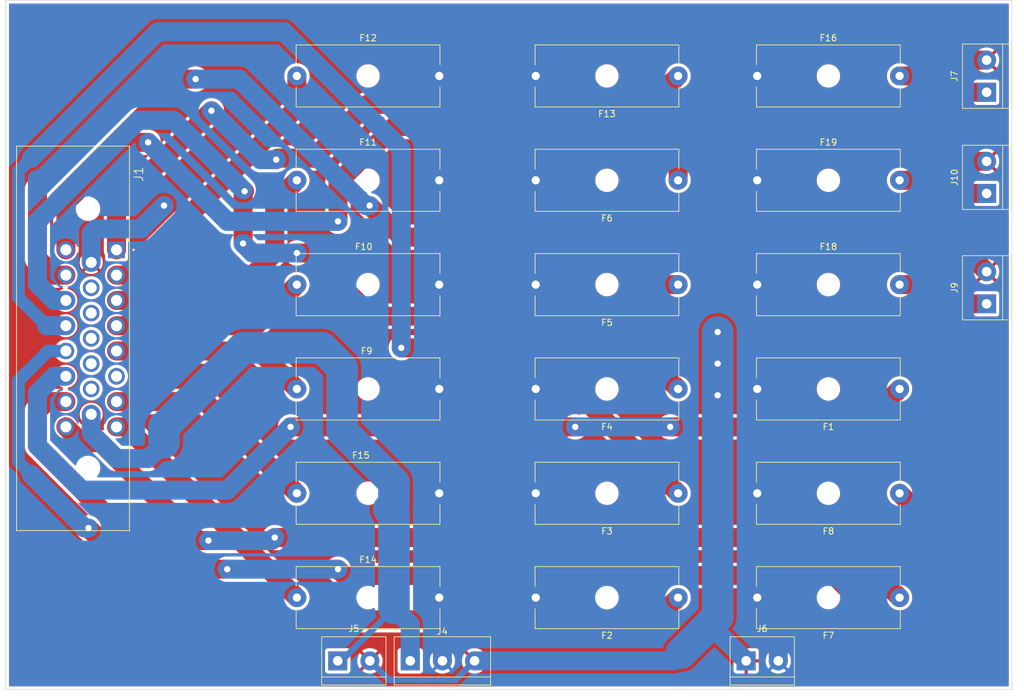
<source format=kicad_pcb>
(kicad_pcb (version 20211014) (generator pcbnew)
  (layers (0 "F.Cu" signal "cobre frontal") (31 "B.Cu" signal "Cobre traseira") (34 "B.Paste" user "Pasta traseira") (35 "F.Paste" user "Pasta frontal") (36 "B.SilkS" user "Serigrafia traseira") (37 "F.SilkS" user "Serigrafia frontal") (38 "B.Mask" user "Máscara traseira") (39 "F.Mask" user "Máscara frontal") (44 "Edge.Cuts" user "Cortes contorno"))
  (net 0 "")
  (net 1 "Net-(F1-Pad1)")
  (net 2 "12V")
  (net 3 "Net-(F2-Pad1)")
  (net 4 "Net-(F3-Pad1)")
  (net 5 "Net-(F4-Pad1)")
  (net 6 "Net-(F6-Pad1)")
  (net 7 "Net-(J1-Pad22)")
  (net 8 "Net-(F9-Pad1)")
  (net 9 "Net-(F10-Pad1)")
  (net 10 "Net-(F14-Pad1)")
  (net 11 "Net-(F18-Pad2)")
  (net 12 "Net-(F19-Pad2)")
  (net 13 "Net-(J1-Pad3)")
  (net 14 "Net-(J1-Pad2)")
  (net 15 "Net-(J1-Pad1)")
  (net 16 "Net-(J1-Pad23)")
  (net 17 "Net-(J1-Pad15)")
  (net 18 "Net-(J1-Pad17)")
  (net 19 "Net-(J1-Pad7)")
  (net 20 "Net-(J7-Pad1)")
  (net 21 "GNDREF")
  (footprint "TerminalBlock:TerminalBlock_bornier-3_P5.08mm" (layer "F.Cu") (at 92.92 142.46)
    (fp_text reference "J4" (at 5.05 -4.65) (layer "F.SilkS"))
    (fp_text value "DC_CONVERTER")
    (fp_line (start -2.54 -3.81) (end 12.7 -3.81) (layer "F.SilkS") (width 0.12))
    (fp_line (start 12.7 3.81) (end 12.7 -3.81) (layer "F.SilkS") (width 0.12))
    (fp_line (start -2.54 2.54) (end 12.7 2.54) (layer "F.SilkS") (width 0.12))
    (fp_line (start -2.54 3.81) (end -2.54 -3.81) (layer "F.SilkS") (width 0.12))
    (fp_line (start -2.54 3.81) (end 12.7 3.81) (layer "F.SilkS") (width 0.12))
    (pad "1" thru_hole rect (at 0 0) (size 3 3) (drill 1.52) (layers *.Cu *.Mask) (net 17 "Net-(J1-Pad15)"))
    (pad "2" thru_hole circle (at 5.08 0) (size 3 3) (drill 1.52) (layers *.Cu *.Mask) (net 2 "12V"))
    (pad "3" thru_hole circle (at 10.16 0) (size 3 3) (drill 1.52) (layers *.Cu *.Mask) (net 21 "GNDREF"))
  )
  (footprint "Fuse:Fuseholder_Cylinder-5x20mm_Schurter_0031_8201_Horizontal_Open" (layer "F.Cu") (at 135.25 115.96 180)
    (fp_text reference "F3" (at 11.25 -6) (layer "F.SilkS"))
    (fp_text value "Fuse")
    (fp_line (start -0.11 4.91) (end -0.11 1.75) (layer "F.SilkS") (width 0.12))
    (fp_line (start -0.11 -1.75) (end -0.11 -4.91) (layer "F.SilkS") (width 0.12))
    (fp_line (start 22.61 -1.75) (end 22.61 -4.91) (layer "F.SilkS") (width 0.12))
    (fp_line (start -0.11 4.91) (end 22.61 4.91) (layer "F.SilkS") (width 0.12))
    (fp_line (start -0.11 -4.91) (end 22.61 -4.91) (layer "F.SilkS") (width 0.12))
    (fp_line (start 22.61 4.91) (end 22.61 1.75) (layer "F.SilkS") (width 0.12))
    (pad "" np_thru_hole circle (at 11.25 0 180) (size 2.7 2.7) (drill 2.7) (layers *.Cu *.Mask))
    (pad "1" thru_hole circle (at 0 0 180) (size 3 3) (drill 1.3) (layers *.Cu *.Mask) (net 4 "Net-(F3-Pad1)"))
    (pad "2" thru_hole circle (at 22.5 0 180) (size 3 3) (drill 1.3) (layers *.Cu *.Mask) (net 2 "12V"))
  )
  (footprint "Fuse:Fuseholder_Cylinder-5x20mm_Schurter_0031_8201_Horizontal_Open" (layer "F.Cu") (at 147.75 82.96)
    (fp_text reference "F18" (at 11.25 -6) (layer "F.SilkS"))
    (fp_text value "Fuse")
    (fp_line (start -0.11 -1.75) (end -0.11 -4.91) (layer "F.SilkS") (width 0.12))
    (fp_line (start 22.61 -1.75) (end 22.61 -4.91) (layer "F.SilkS") (width 0.12))
    (fp_line (start -0.11 4.91) (end -0.11 1.75) (layer "F.SilkS") (width 0.12))
    (fp_line (start -0.11 4.91) (end 22.61 4.91) (layer "F.SilkS") (width 0.12))
    (fp_line (start 22.61 4.91) (end 22.61 1.75) (layer "F.SilkS") (width 0.12))
    (fp_line (start -0.11 -4.91) (end 22.61 -4.91) (layer "F.SilkS") (width 0.12))
    (pad "" np_thru_hole circle (at 11.25 0) (size 2.7 2.7) (drill 2.7) (layers *.Cu *.Mask))
    (pad "1" thru_hole circle (at 0 0) (size 3 3) (drill 1.3) (layers *.Cu *.Mask) (net 2 "12V"))
    (pad "2" thru_hole circle (at 22.5 0) (size 3 3) (drill 1.3) (layers *.Cu *.Mask) (net 11 "Net-(F18-Pad2)"))
  )
  (footprint "Fuse:Fuseholder_Cylinder-5x20mm_Schurter_0031_8201_Horizontal_Open" (layer "F.Cu") (at 170.25 115.96 180)
    (fp_text reference "F8" (at 11.25 -6) (layer "F.SilkS"))
    (fp_text value "Fuse")
    (fp_line (start 22.61 4.91) (end 22.61 1.75) (layer "F.SilkS") (width 0.12))
    (fp_line (start -0.11 -1.75) (end -0.11 -4.91) (layer "F.SilkS") (width 0.12))
    (fp_line (start -0.11 4.91) (end -0.11 1.75) (layer "F.SilkS") (width 0.12))
    (fp_line (start -0.11 -4.91) (end 22.61 -4.91) (layer "F.SilkS") (width 0.12))
    (fp_line (start -0.11 4.91) (end 22.61 4.91) (layer "F.SilkS") (width 0.12))
    (fp_line (start 22.61 -1.75) (end 22.61 -4.91) (layer "F.SilkS") (width 0.12))
    (pad "" np_thru_hole circle (at 11.25 0 180) (size 2.7 2.7) (drill 2.7) (layers *.Cu *.Mask))
    (pad "1" thru_hole circle (at 0 0 180) (size 3 3) (drill 1.3) (layers *.Cu *.Mask) (net 7 "Net-(J1-Pad22)"))
    (pad "2" thru_hole circle (at 22.5 0 180) (size 3 3) (drill 1.3) (layers *.Cu *.Mask) (net 2 "12V"))
  )
  (footprint "Fuse:Fuseholder_Cylinder-5x20mm_Schurter_0031_8201_Horizontal_Open" (layer "F.Cu") (at 170.25 132.46 180)
    (fp_text reference "F7" (at 11.25 -6) (layer "F.SilkS"))
    (fp_text value "Fuse")
    (fp_line (start -0.11 -1.75) (end -0.11 -4.91) (layer "F.SilkS") (width 0.12))
    (fp_line (start 22.61 -1.75) (end 22.61 -4.91) (layer "F.SilkS") (width 0.12))
    (fp_line (start -0.11 4.91) (end 22.61 4.91) (layer "F.SilkS") (width 0.12))
    (fp_line (start -0.11 -4.91) (end 22.61 -4.91) (layer "F.SilkS") (width 0.12))
    (fp_line (start -0.11 4.91) (end -0.11 1.75) (layer "F.SilkS") (width 0.12))
    (fp_line (start 22.61 4.91) (end 22.61 1.75) (layer "F.SilkS") (width 0.12))
    (pad "" np_thru_hole circle (at 11.25 0 180) (size 2.7 2.7) (drill 2.7) (layers *.Cu *.Mask))
    (pad "1" thru_hole circle (at 0 0 180) (size 3 3) (drill 1.3) (layers *.Cu *.Mask) (net 16 "Net-(J1-Pad23)"))
    (pad "2" thru_hole circle (at 22.5 0 180) (size 3 3) (drill 1.3) (layers *.Cu *.Mask) (net 2 "12V"))
  )
  (footprint "Fuse:Fuseholder_Cylinder-5x20mm_Schurter_0031_8201_Horizontal_Open" (layer "F.Cu") (at 170.25 99.46 180)
    (fp_text reference "F1" (at 11.25 -6) (layer "F.SilkS"))
    (fp_text value "Fuse")
    (fp_line (start 22.61 -1.75) (end 22.61 -4.91) (layer "F.SilkS") (width 0.12))
    (fp_line (start -0.11 -4.91) (end 22.61 -4.91) (layer "F.SilkS") (width 0.12))
    (fp_line (start 22.61 4.91) (end 22.61 1.75) (layer "F.SilkS") (width 0.12))
    (fp_line (start -0.11 4.91) (end -0.11 1.75) (layer "F.SilkS") (width 0.12))
    (fp_line (start -0.11 -1.75) (end -0.11 -4.91) (layer "F.SilkS") (width 0.12))
    (fp_line (start -0.11 4.91) (end 22.61 4.91) (layer "F.SilkS") (width 0.12))
    (pad "" np_thru_hole circle (at 11.25 0 180) (size 2.7 2.7) (drill 2.7) (layers *.Cu *.Mask))
    (pad "1" thru_hole circle (at 0 0 180) (size 3 3) (drill 1.3) (layers *.Cu *.Mask) (net 1 "Net-(F1-Pad1)"))
    (pad "2" thru_hole circle (at 22.5 0 180) (size 3 3) (drill 1.3) (layers *.Cu *.Mask) (net 2 "12V"))
  )
  (footprint "Fuse:Fuseholder_Cylinder-5x20mm_Schurter_0031_8201_Horizontal_Open" (layer "F.Cu") (at 75 82.96)
    (fp_text reference "F10" (at 10.568176 -6) (layer "F.SilkS"))
    (fp_text value "Fuse")
    (fp_line (start 22.61 -1.75) (end 22.61 -4.91) (layer "F.SilkS") (width 0.12))
    (fp_line (start -0.11 4.91) (end 22.61 4.91) (layer "F.SilkS") (width 0.12))
    (fp_line (start -0.11 -1.75) (end -0.11 -4.91) (layer "F.SilkS") (width 0.12))
    (fp_line (start 22.61 4.91) (end 22.61 1.75) (layer "F.SilkS") (width 0.12))
    (fp_line (start -0.11 4.91) (end -0.11 1.75) (layer "F.SilkS") (width 0.12))
    (fp_line (start -0.11 -4.91) (end 22.61 -4.91) (layer "F.SilkS") (width 0.12))
    (pad "" np_thru_hole circle (at 11.25 0) (size 2.7 2.7) (drill 2.7) (layers *.Cu *.Mask))
    (pad "1" thru_hole circle (at 0 0) (size 3 3) (drill 1.3) (layers *.Cu *.Mask) (net 9 "Net-(F10-Pad1)"))
    (pad "2" thru_hole circle (at 22.5 0) (size 3 3) (drill 1.3) (layers *.Cu *.Mask) (net 2 "12V"))
  )
  (footprint "Fuse:Fuseholder_Cylinder-5x20mm_Schurter_0031_8201_Horizontal_Open" (layer "F.Cu") (at 75 66.46)
    (fp_text reference "F11" (at 11.25 -6) (layer "F.SilkS"))
    (fp_text value "Fuse")
    (fp_line (start 22.61 -1.75) (end 22.61 -4.91) (layer "F.SilkS") (width 0.12))
    (fp_line (start -0.11 -1.75) (end -0.11 -4.91) (layer "F.SilkS") (width 0.12))
    (fp_line (start -0.11 4.91) (end -0.11 1.75) (layer "F.SilkS") (width 0.12))
    (fp_line (start 22.61 4.91) (end 22.61 1.75) (layer "F.SilkS") (width 0.12))
    (fp_line (start -0.11 -4.91) (end 22.61 -4.91) (layer "F.SilkS") (width 0.12))
    (fp_line (start -0.11 4.91) (end 22.61 4.91) (layer "F.SilkS") (width 0.12))
    (pad "" np_thru_hole circle (at 11.25 0) (size 2.7 2.7) (drill 2.7) (layers *.Cu *.Mask))
    (pad "1" thru_hole circle (at 0 0) (size 3 3) (drill 1.3) (layers *.Cu *.Mask) (net 13 "Net-(J1-Pad3)"))
    (pad "2" thru_hole circle (at 22.5 0) (size 3 3) (drill 1.3) (layers *.Cu *.Mask) (net 2 "12V"))
  )
  (footprint "TerminalBlock:TerminalBlock_bornier-2_P5.08mm" (layer "F.Cu") (at 184 68.54 90)
    (fp_text reference "J10" (at 2.54 -5.08 90) (layer "F.SilkS"))
    (fp_text value "AUX_POWER")
    (fp_line (start -2.54 -3.81) (end -2.54 3.81) (layer "F.SilkS") (width 0.12))
    (fp_line (start -2.54 3.81) (end 7.62 3.81) (layer "F.SilkS") (width 0.12))
    (fp_line (start 7.62 -3.81) (end -2.54 -3.81) (layer "F.SilkS") (width 0.12))
    (fp_line (start 7.62 3.81) (end 7.62 -3.81) (layer "F.SilkS") (width 0.12))
    (fp_line (start 7.62 2.54) (end -2.54 2.54) (layer "F.SilkS") (width 0.12))
    (pad "1" thru_hole rect (at 0 0 90) (size 3 3) (drill 1.52) (layers *.Cu *.Mask) (net 12 "Net-(F19-Pad2)"))
    (pad "2" thru_hole circle (at 5.08 0 90) (size 3 3) (drill 1.52) (layers *.Cu *.Mask) (net 21 "GNDREF"))
  )
  (footprint "TerminalBlock:TerminalBlock_bornier-2_P5.08mm" (layer "F.Cu") (at 81.46 142.46)
    (fp_text reference "J5" (at 2.54 -5.08) (layer "F.SilkS"))
    (fp_text value "VBAT")
    (fp_line (start 7.62 3.81) (end 7.62 -3.81) (layer "F.SilkS") (width 0.12))
    (fp_line (start 7.62 -3.81) (end -2.54 -3.81) (layer "F.SilkS") (width 0.12))
    (fp_line (start -2.54 -3.81) (end -2.54 3.81) (layer "F.SilkS") (width 0.12))
    (fp_line (start 7.62 2.54) (end -2.54 2.54) (layer "F.SilkS") (width 0.12))
    (fp_line (start -2.54 3.81) (end 7.62 3.81) (layer "F.SilkS") (width 0.12))
    (pad "1" thru_hole rect (at 0 0) (size 3 3) (drill 1.52) (layers *.Cu *.Mask) (net 17 "Net-(J1-Pad15)"))
    (pad "2" thru_hole circle (at 5.08 0) (size 3 3) (drill 1.52) (layers *.Cu *.Mask) (net 21 "GNDREF"))
  )
  (footprint "Fuse:Fuseholder_Cylinder-5x20mm_Schurter_0031_8201_Horizontal_Open" (layer "F.Cu") (at 75 132.46)
    (fp_text reference "F14" (at 11.25 -6) (layer "F.SilkS"))
    (fp_text value "Fuse")
    (fp_line (start -0.11 -1.75) (end -0.11 -4.91) (layer "F.SilkS") (width 0.12))
    (fp_line (start -0.11 4.91) (end 22.61 4.91) (layer "F.SilkS") (width 0.12))
    (fp_line (start 22.61 -1.75) (end 22.61 -4.91) (layer "F.SilkS") (width 0.12))
    (fp_line (start 22.61 4.91) (end 22.61 1.75) (layer "F.SilkS") (width 0.12))
    (fp_line (start -0.11 -4.91) (end 22.61 -4.91) (layer "F.SilkS") (width 0.12))
    (fp_line (start -0.11 4.91) (end -0.11 1.75) (layer "F.SilkS") (width 0.12))
    (pad "" np_thru_hole circle (at 11.25 0) (size 2.7 2.7) (drill 2.7) (layers *.Cu *.Mask))
    (pad "1" thru_hole circle (at 0 0) (size 3 3) (drill 1.3) (layers *.Cu *.Mask) (net 10 "Net-(F14-Pad1)"))
    (pad "2" thru_hole circle (at 22.5 0) (size 3 3) (drill 1.3) (layers *.Cu *.Mask) (net 2 "12V"))
  )
  (footprint "Fuse:Fuseholder_Cylinder-5x20mm_Schurter_0031_8201_Horizontal_Open" (layer "F.Cu") (at 135.25 82.96 180)
    (fp_text reference "F5" (at 11.25 -6) (layer "F.SilkS"))
    (fp_text value "Fuse")
    (fp_line (start -0.11 -4.91) (end 22.61 -4.91) (layer "F.SilkS") (width 0.12))
    (fp_line (start 22.61 4.91) (end 22.61 1.75) (layer "F.SilkS") (width 0.12))
    (fp_line (start 22.61 -1.75) (end 22.61 -4.91) (layer "F.SilkS") (width 0.12))
    (fp_line (start -0.11 -1.75) (end -0.11 -4.91) (layer "F.SilkS") (width 0.12))
    (fp_line (start -0.11 4.91) (end 22.61 4.91) (layer "F.SilkS") (width 0.12))
    (fp_line (start -0.11 4.91) (end -0.11 1.75) (layer "F.SilkS") (width 0.12))
    (pad "" np_thru_hole circle (at 11.25 0 180) (size 2.7 2.7) (drill 2.7) (layers *.Cu *.Mask))
    (pad "1" thru_hole circle (at 0 0 180) (size 3 3) (drill 1.3) (layers *.Cu *.Mask) (net 18 "Net-(J1-Pad17)"))
    (pad "2" thru_hole circle (at 22.5 0 180) (size 3 3) (drill 1.3) (layers *.Cu *.Mask) (net 2 "12V"))
  )
  (footprint "Fuse:Fuseholder_Cylinder-5x20mm_Schurter_0031_8201_Horizontal_Open" (layer "F.Cu") (at 135.25 49.96 180)
    (fp_text reference "F13" (at 11.25 -6) (layer "F.SilkS"))
    (fp_text value "Fuse")
    (fp_line (start -0.11 -4.91) (end 22.61 -4.91) (layer "F.SilkS") (width 0.12))
    (fp_line (start -0.11 4.91) (end 22.61 4.91) (layer "F.SilkS") (width 0.12))
    (fp_line (start -0.11 4.91) (end -0.11 1.75) (layer "F.SilkS") (width 0.12))
    (fp_line (start 22.61 4.91) (end 22.61 1.75) (layer "F.SilkS") (width 0.12))
    (fp_line (start 22.61 -1.75) (end 22.61 -4.91) (layer "F.SilkS") (width 0.12))
    (fp_line (start -0.11 -1.75) (end -0.11 -4.91) (layer "F.SilkS") (width 0.12))
    (pad "" np_thru_hole circle (at 11.25 0 180) (size 2.7 2.7) (drill 2.7) (layers *.Cu *.Mask))
    (pad "1" thru_hole circle (at 0 0 180) (size 3 3) (drill 1.3) (layers *.Cu *.Mask) (net 15 "Net-(J1-Pad1)"))
    (pad "2" thru_hole circle (at 22.5 0 180) (size 3 3) (drill 1.3) (layers *.Cu *.Mask) (net 2 "12V"))
  )
  (footprint "Fuse:Fuseholder_Cylinder-5x20mm_Schurter_0031_8201_Horizontal_Open" (layer "F.Cu") (at 75 49.96)
    (fp_text reference "F12" (at 11.25 -6) (layer "F.SilkS"))
    (fp_text value "Fuse")
    (fp_line (start -0.11 -4.91) (end 22.61 -4.91) (layer "F.SilkS") (width 0.12))
    (fp_line (start -0.11 -1.75) (end -0.11 -4.91) (layer "F.SilkS") (width 0.12))
    (fp_line (start -0.11 4.91) (end -0.11 1.75) (layer "F.SilkS") (width 0.12))
    (fp_line (start -0.11 4.91) (end 22.61 4.91) (layer "F.SilkS") (width 0.12))
    (fp_line (start 22.61 -1.75) (end 22.61 -4.91) (layer "F.SilkS") (width 0.12))
    (fp_line (start 22.61 4.91) (end 22.61 1.75) (layer "F.SilkS") (width 0.12))
    (pad "" np_thru_hole circle (at 11.25 0) (size 2.7 2.7) (drill 2.7) (layers *.Cu *.Mask))
    (pad "1" thru_hole circle (at 0 0) (size 3 3) (drill 1.3) (layers *.Cu *.Mask) (net 14 "Net-(J1-Pad2)"))
    (pad "2" thru_hole circle (at 22.5 0) (size 3 3) (drill 1.3) (layers *.Cu *.Mask) (net 2 "12V"))
  )
  (footprint "TerminalBlock:TerminalBlock_bornier-2_P5.08mm" (layer "F.Cu") (at 184 52.54 90)
    (fp_text reference "J7" (at 2.54 -5.08 90) (layer "F.SilkS"))
    (fp_text value "CS_POWER")
    (fp_line (start 7.62 2.54) (end -2.54 2.54) (layer "F.SilkS") (width 0.12))
    (fp_line (start -2.54 3.81) (end 7.62 3.81) (layer "F.SilkS") (width 0.12))
    (fp_line (start 7.62 3.81) (end 7.62 -3.81) (layer "F.SilkS") (width 0.12))
    (fp_line (start -2.54 -3.81) (end -2.54 3.81) (layer "F.SilkS") (width 0.12))
    (fp_line (start 7.62 -3.81) (end -2.54 -3.81) (layer "F.SilkS") (width 0.12))
    (pad "1" thru_hole rect (at 0 0 90) (size 3 3) (drill 1.52) (layers *.Cu *.Mask) (net 20 "Net-(J7-Pad1)"))
    (pad "2" thru_hole circle (at 5.08 0 90) (size 3 3) (drill 1.52) (layers *.Cu *.Mask) (net 21 "GNDREF"))
  )
  (footprint "Ampseal 23:TE_1-776087-1" (layer "F.Cu") (at 46.5 77.46 -90)
    (fp_text reference "J1" (at -11.972125 -3.494005 90) (layer "F.SilkS") (effects (font (size 1.402008 1.402008))))
    (fp_text value "1-776087-1")
    (fp_line (start -16.4 -2.05) (end -16.4 15.8) (layer "F.SilkS") (width 0.127))
    (fp_line (start 44.4 -2.05) (end -16.4 -2.05) (layer "F.SilkS") (width 0.127))
    (fp_line (start 44.4 15.8) (end 44.4 -2.05) (layer "F.SilkS") (width 0.127))
    (fp_line (start 44.4 15.8) (end -16.4 15.8) (layer "F.SilkS") (width 0.127))
    (fp_circle (center 0 -2.7) (end 0.1 -2.7) (layer "F.SilkS") (width 0.2) (fill none))
    (pad "" np_thru_hole circle locked (at 34.5 4.5 270) (size 2.85 2.85) (drill 2.85) (layers *.Cu *.Mask))
    (pad "" np_thru_hole circle locked (at -6.5 4.5 270) (size 2.85 2.85) (drill 2.85) (layers *.Cu *.Mask))
    (pad "1" thru_hole rect locked (at 0 0 270) (size 2.625 2.625) (drill 1.75) (layers *.Cu *.Mask) (net 15 "Net-(J1-Pad1)"))
    (pad "2" thru_hole circle locked (at 4 0 270) (size 2.625 2.625) (drill 1.75) (layers *.Cu *.Mask) (net 14 "Net-(J1-Pad2)"))
    (pad "3" thru_hole circle locked (at 8 0 270) (size 2.625 2.625) (drill 1.75) (layers *.Cu *.Mask) (net 13 "Net-(J1-Pad3)"))
    (pad "4" thru_hole circle locked (at 12 0 270) (size 2.625 2.625) (drill 1.75) (layers *.Cu *.Mask) (net 9 "Net-(F10-Pad1)"))
    (pad "5" thru_hole circle locked (at 16 0 270) (size 2.625 2.625) (drill 1.75) (layers *.Cu *.Mask) (net 8 "Net-(F9-Pad1)"))
    (pad "6" thru_hole circle locked (at 20 0 270) (size 2.625 2.625) (drill 1.75) (layers *.Cu *.Mask))
    (pad "7" thru_hole circle locked (at 24 0 270) (size 2.625 2.625) (drill 1.75) (layers *.Cu *.Mask) (net 19 "Net-(J1-Pad7)"))
    (pad "8" thru_hole circle locked (at 28 0 270) (size 2.625 2.625) (drill 1.75) (layers *.Cu *.Mask) (net 10 "Net-(F14-Pad1)"))
    (pad "9" thru_hole circle locked (at 2 4 270) (size 2.625 2.625) (drill 1.75) (layers *.Cu *.Mask) (net 21 "GNDREF"))
    (pad "10" thru_hole circle locked (at 6 4 270) (size 2.625 2.625) (drill 1.75) (layers *.Cu *.Mask))
    (pad "11" thru_hole circle locked (at 10 4 270) (size 2.625 2.625) (drill 1.75) (layers *.Cu *.Mask))
    (pad "12" thru_hole circle locked (at 14 4 270) (size 2.625 2.625) (drill 1.75) (layers *.Cu *.Mask))
    (pad "13" thru_hole circle locked (at 18 4 270) (size 2.625 2.625) (drill 1.75) (layers *.Cu *.Mask))
    (pad "14" thru_hole circle locked (at 22 4 270) (size 2.625 2.625) (drill 1.75) (layers *.Cu *.Mask))
    (pad "15" thru_hole circle locked (at 26 4 270) (size 2.625 2.625) (drill 1.75) (layers *.Cu *.Mask) (net 17 "Net-(J1-Pad15)"))
    (pad "16" thru_hole circle locked (at 0 8 270) (size 2.625 2.625) (drill 1.75) (layers *.Cu *.Mask) (net 6 "Net-(F6-Pad1)"))
    (pad "17" thru_hole circle locked (at 4 8 270) (size 2.625 2.625) (drill 1.75) (layers *.Cu *.Mask) (net 18 "Net-(J1-Pad17)"))
    (pad "18" thru_hole circle locked (at 8 8 270) (size 2.625 2.625) (drill 1.75) (layers *.Cu *.Mask) (net 5 "Net-(F4-Pad1)"))
    (pad "19" thru_hole circle locked (at 12 8 270) (size 2.625 2.625) (drill 1.75) (layers *.Cu *.Mask) (net 4 "Net-(F3-Pad1)"))
    (pad "20" thru_hole circle locked (at 16 8 270) (size 2.625 2.625) (drill 1.75) (layers *.Cu *.Mask) (net 3 "Net-(F2-Pad1)"))
    (pad "21" thru_hole circle locked (at 20 8 270) (size 2.625 2.625) (drill 1.75) (layers *.Cu *.Mask) (net 1 "Net-(F1-Pad1)"))
    (pad "22" thru_hole circle locked (at 24 8 270) (size 2.625 2.625) (drill 1.75) (layers *.Cu *.Mask) (net 7 "Net-(J1-Pad22)"))
    (pad "23" thru_hole circle locked (at 28 8 270) (size 2.625 2.625) (drill 1.75) (layers *.Cu *.Mask) (net 16 "Net-(J1-Pad23)"))
  )
  (footprint "Fuse:Fuseholder_Cylinder-5x20mm_Schurter_0031_8201_Horizontal_Open" (layer "F.Cu") (at 147.75 66.46)
    (fp_text reference "F19" (at 11.25 -6) (layer "F.SilkS"))
    (fp_text value "Fuse")
    (fp_line (start -0.11 4.91) (end -0.11 1.75) (layer "F.SilkS") (width 0.12))
    (fp_line (start -0.11 4.91) (end 22.61 4.91) (layer "F.SilkS") (width 0.12))
    (fp_line (start -0.11 -4.91) (end 22.61 -4.91) (layer "F.SilkS") (width 0.12))
    (fp_line (start 22.61 -1.75) (end 22.61 -4.91) (layer "F.SilkS") (width 0.12))
    (fp_line (start 22.61 4.91) (end 22.61 1.75) (layer "F.SilkS") (width 0.12))
    (fp_line (start -0.11 -1.75) (end -0.11 -4.91) (layer "F.SilkS") (width 0.12))
    (pad "" np_thru_hole circle (at 11.25 0) (size 2.7 2.7) (drill 2.7) (layers *.Cu *.Mask))
    (pad "1" thru_hole circle (at 0 0) (size 3 3) (drill 1.3) (layers *.Cu *.Mask) (net 2 "12V"))
    (pad "2" thru_hole circle (at 22.5 0) (size 3 3) (drill 1.3) (layers *.Cu *.Mask) (net 12 "Net-(F19-Pad2)"))
  )
  (footprint "Fuse:Fuseholder_Cylinder-5x20mm_Schurter_0031_8201_Horizontal_Open" (layer "F.Cu") (at 135.25 132.46 180)
    (fp_text reference "F2" (at 11.25 -6) (layer "F.SilkS"))
    (fp_text value "Fuse")
    (fp_line (start -0.11 -4.91) (end 22.61 -4.91) (layer "F.SilkS") (width 0.12))
    (fp_line (start -0.11 4.91) (end 22.61 4.91) (layer "F.SilkS") (width 0.12))
    (fp_line (start -0.11 -1.75) (end -0.11 -4.91) (layer "F.SilkS") (width 0.12))
    (fp_line (start 22.61 -1.75) (end 22.61 -4.91) (layer "F.SilkS") (width 0.12))
    (fp_line (start 22.61 4.91) (end 22.61 1.75) (layer "F.SilkS") (width 0.12))
    (fp_line (start -0.11 4.91) (end -0.11 1.75) (layer "F.SilkS") (width 0.12))
    (pad "" np_thru_hole circle (at 11.25 0 180) (size 2.7 2.7) (drill 2.7) (layers *.Cu *.Mask))
    (pad "1" thru_hole circle (at 0 0 180) (size 3 3) (drill 1.3) (layers *.Cu *.Mask) (net 3 "Net-(F2-Pad1)"))
    (pad "2" thru_hole circle (at 22.5 0 180) (size 3 3) (drill 1.3) (layers *.Cu *.Mask) (net 2 "12V"))
  )
  (footprint "Fuse:Fuseholder_Cylinder-5x20mm_Schurter_0031_8201_Horizontal_Open" (layer "F.Cu") (at 147.75 49.96)
    (fp_text reference "F16" (at 11.25 -6) (layer "F.SilkS"))
    (fp_text value "Fuse")
    (fp_line (start -0.11 -1.75) (end -0.11 -4.91) (layer "F.SilkS") (width 0.12))
    (fp_line (start 22.61 -1.75) (end 22.61 -4.91) (layer "F.SilkS") (width 0.12))
    (fp_line (start -0.11 4.91) (end 22.61 4.91) (layer "F.SilkS") (width 0.12))
    (fp_line (start -0.11 -4.91) (end 22.61 -4.91) (layer "F.SilkS") (width 0.12))
    (fp_line (start -0.11 4.91) (end -0.11 1.75) (layer "F.SilkS") (width 0.12))
    (fp_line (start 22.61 4.91) (end 22.61 1.75) (layer "F.SilkS") (width 0.12))
    (pad "" np_thru_hole circle (at 11.25 0) (size 2.7 2.7) (drill 2.7) (layers *.Cu *.Mask))
    (pad "1" thru_hole circle (at 0 0) (size 3 3) (drill 1.3) (layers *.Cu *.Mask) (net 2 "12V"))
    (pad "2" thru_hole circle (at 22.5 0) (size 3 3) (drill 1.3) (layers *.Cu *.Mask) (net 20 "Net-(J7-Pad1)"))
  )
  (footprint "Fuse:Fuseholder_Cylinder-5x20mm_Schurter_0031_8201_Horizontal_Open" (layer "F.Cu") (at 135.25 66.46 180)
    (fp_text reference "F6" (at 11.25 -6) (layer "F.SilkS"))
    (fp_text value "Fuse")
    (fp_line (start -0.11 4.91) (end -0.11 1.75) (layer "F.SilkS") (width 0.12))
    (fp_line (start 22.61 4.91) (end 22.61 1.75) (layer "F.SilkS") (width 0.12))
    (fp_line (start 22.61 -1.75) (end 22.61 -4.91) (layer "F.SilkS") (width 0.12))
    (fp_line (start -0.11 -4.91) (end 22.61 -4.91) (layer "F.SilkS") (width 0.12))
    (fp_line (start -0.11 -1.75) (end -0.11 -4.91) (layer "F.SilkS") (width 0.12))
    (fp_line (start -0.11 4.91) (end 22.61 4.91) (layer "F.SilkS") (width 0.12))
    (pad "" np_thru_hole circle (at 11.25 0 180) (size 2.7 2.7) (drill 2.7) (layers *.Cu *.Mask))
    (pad "1" thru_hole circle (at 0 0 180) (size 3 3) (drill 1.3) (layers *.Cu *.Mask) (net 6 "Net-(F6-Pad1)"))
    (pad "2" thru_hole circle (at 22.5 0 180) (size 3 3) (drill 1.3) (layers *.Cu *.Mask) (net 2 "12V"))
  )
  (footprint "TerminalBlock:TerminalBlock_bornier-2_P5.08mm" (layer "F.Cu") (at 146 142.46)
    (fp_text reference "J6" (at 2.54 -5.08) (layer "F.SilkS"))
    (fp_text value "UNFUSED")
    (fp_line (start -2.54 -3.81) (end -2.54 3.81) (layer "F.SilkS") (width 0.12))
    (fp_line (start 7.62 -3.81) (end -2.54 -3.81) (layer "F.SilkS") (width 0.12))
    (fp_line (start 7.62 3.81) (end 7.62 -3.81) (layer "F.SilkS") (width 0.12))
    (fp_line (start 7.62 2.54) (end -2.54 2.54) (layer "F.SilkS") (width 0.12))
    (fp_line (start -2.54 3.81) (end 7.62 3.81) (layer "F.SilkS") (width 0.12))
    (pad "1" thru_hole rect (at 0 0) (size 3 3) (drill 1.52) (layers *.Cu *.Mask) (net 21 "GNDREF"))
    (pad "2" thru_hole circle (at 5.08 0) (size 3 3) (drill 1.52) (layers *.Cu *.Mask) (net 2 "12V"))
  )
  (footprint "TerminalBlock:TerminalBlock_bornier-2_P5.08mm" (layer "F.Cu") (at 184 86 90)
    (fp_text reference "J9" (at 2.54 -5.08 90) (layer "F.SilkS"))
    (fp_text value "ISOL_POWER")
    (fp_line (start -2.54 3.81) (end 7.62 3.81) (layer "F.SilkS") (width 0.12))
    (fp_line (start 7.62 3.81) (end 7.62 -3.81) (layer "F.SilkS") (width 0.12))
    (fp_line (start -2.54 -3.81) (end -2.54 3.81) (layer "F.SilkS") (width 0.12))
    (fp_line (start 7.62 2.54) (end -2.54 2.54) (layer "F.SilkS") (width 0.12))
    (fp_line (start 7.62 -3.81) (end -2.54 -3.81) (layer "F.SilkS") (width 0.12))
    (pad "1" thru_hole rect (at 0 0 90) (size 3 3) (drill 1.52) (layers *.Cu *.Mask) (net 11 "Net-(F18-Pad2)"))
    (pad "2" thru_hole circle (at 5.08 0 90) (size 3 3) (drill 1.52) (layers *.Cu *.Mask) (net 21 "GNDREF"))
  )
  (footprint "Fuse:Fuseholder_Cylinder-5x20mm_Schurter_0031_8201_Horizontal_Open" (layer "F.Cu") (at 75 115.96)
    (fp_text reference "F15" (at 10.113632 -6) (layer "F.SilkS"))
    (fp_text value "Fuse")
    (fp_line (start -0.11 -4.91) (end 22.61 -4.91) (layer "F.SilkS") (width 0.12))
    (fp_line (start 22.61 4.91) (end 22.61 1.75) (layer "F.SilkS") (width 0.12))
    (fp_line (start -0.11 4.91) (end -0.11 1.75) (layer "F.SilkS") (width 0.12))
    (fp_line (start -0.11 4.91) (end 22.61 4.91) (layer "F.SilkS") (width 0.12))
    (fp_line (start -0.11 -1.75) (end -0.11 -4.91) (layer "F.SilkS") (width 0.12))
    (fp_line (start 22.61 -1.75) (end 22.61 -4.91) (layer "F.SilkS") (width 0.12))
    (pad "" np_thru_hole circle (at 11.25 0) (size 2.7 2.7) (drill 2.7) (layers *.Cu *.Mask))
    (pad "1" thru_hole circle (at 0 0) (size 3 3) (drill 1.3) (layers *.Cu *.Mask) (net 19 "Net-(J1-Pad7)"))
    (pad "2" thru_hole circle (at 22.5 0) (size 3 3) (drill 1.3) (layers *.Cu *.Mask) (net 2 "12V"))
  )
  (footprint "Fuse:Fuseholder_Cylinder-5x20mm_Schurter_0031_8201_Horizontal_Open" (layer "F.Cu") (at 135.25 99.46 180)
    (fp_text reference "F4" (at 11.25 -6) (layer "F.SilkS"))
    (fp_text value "Fuse")
    (fp_line (start -0.11 -1.75) (end -0.11 -4.91) (layer "F.SilkS") (width 0.12))
    (fp_line (start -0.11 -4.91) (end 22.61 -4.91) (layer "F.SilkS") (width 0.12))
    (fp_line (start 22.61 -1.75) (end 22.61 -4.91) (layer "F.SilkS") (width 0.12))
    (fp_line (start 22.61 4.91) (end 22.61 1.75) (layer "F.SilkS") (width 0.12))
    (fp_line (start -0.11 4.91) (end -0.11 1.75) (layer "F.SilkS") (width 0.12))
    (fp_line (start -0.11 4.91) (end 22.61 4.91) (layer "F.SilkS") (width 0.12))
    (pad "" np_thru_hole circle (at 11.25 0 180) (size 2.7 2.7) (drill 2.7) (layers *.Cu *.Mask))
    (pad "1" thru_hole circle (at 0 0 180) (size 3 3) (drill 1.3) (layers *.Cu *.Mask) (net 5 "Net-(F4-Pad1)"))
    (pad "2" thru_hole circle (at 22.5 0 180) (size 3 3) (drill 1.3) (layers *.Cu *.Mask) (net 2 "12V"))
  )
  (footprint "Fuse:Fuseholder_Cylinder-5x20mm_Schurter_0031_8201_Horizontal_Open" (layer "F.Cu") (at 75 99.46)
    (fp_text reference "F9" (at 11.02272 -6) (layer "F.SilkS"))
    (fp_text value "Fuse")
    (fp_line (start -0.11 -1.75) (end -0.11 -4.91) (layer "F.SilkS") (width 0.12))
    (fp_line (start -0.11 4.91) (end 22.61 4.91) (layer "F.SilkS") (width 0.12))
    (fp_line (start -0.11 4.91) (end -0.11 1.75) (layer "F.SilkS") (width 0.12))
    (fp_line (start 22.61 -1.75) (end 22.61 -4.91) (layer "F.SilkS") (width 0.12))
    (fp_line (start 22.61 4.91) (end 22.61 1.75) (layer "F.SilkS") (width 0.12))
    (fp_line (start -0.11 -4.91) (end 22.61 -4.91) (layer "F.SilkS") (width 0.12))
    (pad "" np_thru_hole circle (at 11.25 0) (size 2.7 2.7) (drill 2.7) (layers *.Cu *.Mask))
    (pad "1" thru_hole circle (at 0 0) (size 3 3) (drill 1.3) (layers *.Cu *.Mask) (net 8 "Net-(F9-Pad1)"))
    (pad "2" thru_hole circle (at 22.5 0) (size 3 3) (drill 1.3) (layers *.Cu *.Mask) (net 2 "12V"))
  )
  (gr_rect (start 29 38) (end 188 147) (layer "Edge.Cuts") (width 0.1) (fill none))
  (segment (start 164.25 105.46) (end 134 105.46) (width 3) (layer "F.Cu") (net 1))
  (segment (start 119 105.46) (end 74 105.46) (width 3) (layer "F.Cu") (net 1))
  (segment (start 170.25 99.46) (end 164.25 105.46) (width 3) (layer "F.Cu") (net 1))
  (via (at 134 105.46) (size 2) (drill 1) (layers "F.Cu" "B.Cu") (net 1))
  (via (at 119 105.46) (size 2) (drill 1) (layers "F.Cu" "B.Cu") (net 1))
  (via (at 74 105.46) (size 2) (drill 1) (layers "F.Cu" "B.Cu") (net 1))
  (segment (start 134 105.46) (end 119 105.46) (width 3) (layer "B.Cu") (net 1))
  (segment (start 41.010548 115.46) (end 34 108.449452) (width 3) (layer "B.Cu") (net 1))
  (segment (start 34 100.103845) (end 36.643845 97.46) (width 3) (layer "B.Cu") (net 1))
  (segment (start 64 115.46) (end 41.010548 115.46) (width 3) (layer "B.Cu") (net 1))
  (segment (start 36.643845 97.46) (end 38.5 97.46) (width 3) (layer "B.Cu") (net 1))
  (segment (start 74 105.46) (end 64 115.46) (width 3) (layer "B.Cu") (net 1))
  (segment (start 34 108.449452) (end 34 100.103845) (width 3) (layer "B.Cu") (net 1))
  (segment (start 147.75 82.96) (end 147.75 99.46) (width 5) (layer "B.Cu") (net 2))
  (segment (start 97.5 49.96) (end 112.75 49.96) (width 5) (layer "B.Cu") (net 2))
  (segment (start 112.75 66.46) (end 112.75 74.21) (width 5) (layer "B.Cu") (net 2))
  (segment (start 112.75 99.46) (end 112.75 115.96) (width 5) (layer "B.Cu") (net 2))
  (segment (start 147.75 71.71) (end 147.75 82.96) (width 5) (layer "B.Cu") (net 2))
  (segment (start 147.75 99.46) (end 147.75 115.96) (width 5) (layer "B.Cu") (net 2))
  (segment (start 98 142.46) (end 98 132.96) (width 3) (layer "B.Cu") (net 2))
  (segment (start 97.5 82.96) (end 97.5 66.46) (width 5) (layer "B.Cu") (net 2))
  (segment (start 98 132.96) (end 97.5 132.46) (width 3) (layer "B.Cu") (net 2))
  (segment (start 151.08 135.79) (end 147.75 132.46) (width 3) (layer "B.Cu") (net 2))
  (segment (start 112.75 115.96) (end 112.75 132.46) (width 5) (layer "B.Cu") (net 2))
  (segment (start 112.75 49.96) (end 112.75 66.46) (width 5) (layer "B.Cu") (net 2))
  (segment (start 112.75 82.96) (end 112.75 99.46) (width 5) (layer "B.Cu") (net 2))
  (segment (start 151.08 142.46) (end 151.08 135.79) (width 3) (layer "B.Cu") (net 2))
  (segment (start 97.5 66.46) (end 97.5 49.96) (width 5) (layer "B.Cu") (net 2))
  (segment (start 147.75 49.96) (end 147.75 66.46) (width 5) (layer "B.Cu") (net 2))
  (segment (start 147.75 115.96) (end 147.75 132.46) (width 5) (layer "B.Cu") (net 2))
  (segment (start 97.5 99.46) (end 97.5 82.96) (width 5) (layer "B.Cu") (net 2))
  (segment (start 112.75 132.46) (end 101 132.46) (width 5) (layer "B.Cu") (net 2))
  (segment (start 147.75 71.71) (end 147.75 66.46) (width 5) (layer "B.Cu") (net 2))
  (segment (start 97.5 132.46) (end 97.5 115.96) (width 5) (layer "B.Cu") (net 2))
  (segment (start 101 132.46) (end 97.5 132.46) (width 5) (layer "B.Cu") (net 2))
  (segment (start 112.75 74.21) (end 145.25 74.21) (width 5) (layer "B.Cu") (net 2))
  (segment (start 97.5 115.96) (end 97.5 99.46) (width 5) (layer "B.Cu") (net 2))
  (segment (start 145.25 74.21) (end 147.75 71.71) (width 5) (layer "B.Cu") (net 2))
  (segment (start 112.75 74.21) (end 112.75 82.96) (width 5) (layer "B.Cu") (net 2))
  (segment (start 131.750489 135.959511) (end 56.560991 135.959511) (width 3) (layer "F.Cu") (net 3))
  (segment (start 56.560991 135.959511) (end 42.061 121.45952) (width 3) (layer "F.Cu") (net 3))
  (segment (start 135.25 132.46) (end 131.750489 135.959511) (width 3) (layer "F.Cu") (net 3))
  (via (at 42.061 121.45952) (size 2) (drill 1) (layers "F.Cu" "B.Cu") (net 3))
  (segment (start 35.694777 93.46) (end 31.00048 98.154297) (width 2) (layer "B.Cu") (net 3))
  (segment (start 41.45952 121.45952) (end 33 113) (width 3) (layer "B.Cu") (net 3))
  (segment (start 42.061 121.45952) (end 41.45952 121.45952) (width 3) (layer "B.Cu") (net 3))
  (segment (start 38.5 93.46) (end 35.694777 93.46) (width 2) (layer "B.Cu") (net 3))
  (segment (start 31.000481 111.000481) (end 33 113) (width 2) (layer "B.Cu") (net 3))
  (segment (start 31.000481 101.346288) (end 31.000481 111.000481) (width 2) (layer "B.Cu") (net 3))
  (segment (start 31.00048 98.154297) (end 31.000481 101.346288) (width 2) (layer "B.Cu") (net 3))
  (segment (start 135.25 115.96) (end 112.25 92.96) (width 3) (layer "F.Cu") (net 4))
  (segment (start 112.25 92.96) (end 94 92.96) (width 3) (layer "F.Cu") (net 4))
  (segment (start 94 92.96) (end 91.5 92.96) (width 3) (layer "F.Cu") (net 4))
  (via (at 91.5 92.96) (size 2) (drill 1) (layers "F.Cu" "B.Cu") (net 4))
  (segment (start 35.694777 89.46) (end 35.46 89.46) (width 3) (layer "B.Cu") (net 4))
  (segment (start 31.00048 64.99952) (end 33 63) (width 2) (layer "B.Cu") (net 4))
  (segment (start 35.694777 89.46) (end 38.5 89.46) (width 3) (layer "B.Cu") (net 4))
  (segment (start 35.46 89.46) (end 31.000481 85.000481) (width 2) (layer "B.Cu") (net 4))
  (segment (start 59 42.96) (end 53.04 42.96) (width 3) (layer "B.Cu") (net 4))
  (segment (start 53.04 42.96) (end 33 63) (width 3) (layer "B.Cu") (net 4))
  (segment (start 72.949057 42.96) (end 59 42.96) (width 3) (layer "B.Cu") (net 4))
  (segment (start 31.000481 85.000481) (end 31.00048 64.99952) (width 2) (layer "B.Cu") (net 4))
  (segment (start 91.5 92.96) (end 91.5 61.510943) (width 3) (layer "B.Cu") (net 4))
  (segment (start 91.5 61.510943) (end 72.949057 42.96) (width 3) (layer "B.Cu") (net 4))
  (segment (start 86.866614 87.96) (end 76.866614 77.96) (width 3) (layer "F.Cu") (net 5))
  (segment (start 76.866614 77.96) (end 74.99952 77.96) (width 3) (layer "F.Cu") (net 5))
  (segment (start 66.5 68.43309) (end 66.736545 68.196545) (width 3) (layer "F.Cu") (net 5))
  (segment (start 135.25 99.46) (end 123.75 87.96) (width 3) (layer "F.Cu") (net 5))
  (segment (start 123.75 87.96) (end 89 87.96) (width 3) (layer "F.Cu") (net 5))
  (segment (start 66.5 76.45952) (end 66.5 68.43309) (width 3) (layer "F.Cu") (net 5))
  (segment (start 89 87.96) (end 86.866614 87.96) (width 3) (layer "F.Cu") (net 5))
  (via (at 66.5 76.45952) (size 2) (drill 1) (layers "F.Cu" "B.Cu") (net 5))
  (via (at 74.99952 77.96) (size 2) (drill 1) (layers "F.Cu" "B.Cu") (net 5))
  (via (at 66.736545 68.196545) (size 2) (drill 1) (layers "F.Cu" "B.Cu") (net 5))
  (segment (start 36.643845 85.46) (end 34 82.816155) (width 3) (layer "B.Cu") (net 5))
  (segment (start 54.999519 56.960481) (end 55.500481 56.960481) (width 3) (layer "B.Cu") (net 5))
  (segment (start 68.00048 77.96) (end 66.5 76.45952) (width 3) (layer "B.Cu") (net 5))
  (segment (start 34 72.96) (end 41.5 65.46) (width 3) (layer "B.Cu") (net 5))
  (segment (start 38.5 85.46) (end 36.643845 85.46) (width 3) (layer "B.Cu") (net 5))
  (segment (start 55.500481 56.960481) (end 66.5 67.96) (width 3) (layer "B.Cu") (net 5))
  (segment (start 34 82.816155) (end 34 72.96) (width 3) (layer "B.Cu") (net 5))
  (segment (start 41.5 65.46) (end 49.999519 56.960481) (width 3) (layer "B.Cu") (net 5))
  (segment (start 74.99952 77.96) (end 68.00048 77.96) (width 3) (layer "B.Cu") (net 5))
  (segment (start 49.999519 56.960481) (end 54.999519 56.960481) (width 3) (layer "B.Cu") (net 5))
  (segment (start 51.5 60.46) (end 48.010548 60.46) (width 3) (layer "F.Cu") (net 6))
  (segment (start 48.010548 60.46) (end 38.5 69.970548) (width 3) (layer "F.Cu") (net 6))
  (segment (start 129 57.96) (end 91.5 57.96) (width 3) (layer "F.Cu") (net 6))
  (segment (start 135.25 66.46) (end 135.25 64.21) (width 3) (layer "F.Cu") (net 6))
  (segment (start 91.5 57.96) (end 90.366614 57.96) (width 3) (layer "F.Cu") (net 6))
  (segment (start 81.5 66.826614) (end 81.5 72.96) (width 3) (layer "F.Cu") (net 6))
  (segment (start 90.366614 57.96) (end 81.5 66.826614) (width 3) (layer "F.Cu") (net 6))
  (segment (start 135.25 64.21) (end 129 57.96) (width 3) (layer "F.Cu") (net 6))
  (segment (start 38.5 69.970548) (end 38.5 77.46) (width 3) (layer "F.Cu") (net 6))
  (via (at 51.5 60.46) (size 2) (drill 1) (layers "F.Cu" "B.Cu") (net 6))
  (via (at 81.5 72.96) (size 2) (drill 1) (layers "F.Cu" "B.Cu") (net 6))
  (segment (start 81.5 72.96) (end 64 72.96) (width 3) (layer "B.Cu") (net 6))
  (segment (start 64 72.96) (end 51.5 60.46) (width 3) (layer "B.Cu") (net 6))
  (segment (start 38.5 101.46) (end 35.5 101.46) (width 3) (layer "F.Cu") (net 7))
  (segment (start 166.5 137.96) (end 164 135.46) (width 3) (layer "F.Cu") (net 7))
  (segment (start 159.883875 128.960489) (end 155.499511 128.960489) (width 3) (layer "F.Cu") (net 7))
  (segment (start 34 108.449452) (end 43.510548 117.96) (width 3) (layer "F.Cu") (net 7))
  (segment (start 155.499511 128.960489) (end 82.500489 128.960489) (width 3) (layer "F.Cu") (net 7))
  (segment (start 53.510548 127.96) (end 43.510548 117.96) (width 3) (layer "F.Cu") (net 7))
  (segment (start 35.5 101.46) (end 34 102.96) (width 3) (layer "F.Cu") (net 7))
  (segment (start 174 137.96) (end 166.5 137.96) (width 3) (layer "F.Cu") (net 7))
  (segment (start 164 133.076614) (end 159.883875 128.960489) (width 3) (layer "F.Cu") (net 7))
  (segment (start 82.500489 128.960489) (end 81.5 127.96) (width 3) (layer "F.Cu") (net 7))
  (segment (start 176.5 135.46) (end 174 137.96) (width 3) (layer "F.Cu") (net 7))
  (segment (start 64 127.96) (end 53.510548 127.96) (width 3) (layer "F.Cu") (net 7))
  (segment (start 170.25 115.96) (end 176.5 122.21) (width 3) (layer "F.Cu") (net 7))
  (segment (start 160.000489 128.960489) (end 155.499511 128.960489) (width 3) (layer "F.Cu") (net 7))
  (segment (start 176.5 122.21) (end 176.5 135.46) (width 3) (layer "F.Cu") (net 7))
  (segment (start 34 107.96) (end 34 108.449452) (width 3) (layer "F.Cu") (net 7))
  (segment (start 164 135.46) (end 164 133.076614) (width 3) (layer "F.Cu") (net 7))
  (segment (start 34 102.96) (end 34 107.96) (width 3) (layer "F.Cu") (net 7))
  (via (at 81.5 127.96) (size 2) (drill 1) (layers "F.Cu" "B.Cu") (net 7))
  (via (at 64 127.96) (size 2) (drill 1) (layers "F.Cu" "B.Cu") (net 7))
  (segment (start 81.5 127.96) (end 64 127.96) (width 3) (layer "B.Cu") (net 7))
  (segment (start 75 99.46) (end 69 93.46) (width 3) (layer "F.Cu") (net 8))
  (segment (start 69 93.46) (end 46.5 93.46) (width 3) (layer "F.Cu") (net 8))
  (segment (start 75 82.96) (end 68.5 89.46) (width 3) (layer "F.Cu") (net 9))
  (segment (start 68.5 89.46) (end 46.5 89.46) (width 3) (layer "F.Cu") (net 9))
  (segment (start 48 105.46) (end 46.5 105.46) (width 3) (layer "F.Cu") (net 10))
  (segment (start 75 132.46) (end 48 105.46) (width 3) (layer "F.Cu") (net 10))
  (segment (start 170.25 82.96) (end 174.96 82.96) (width 3) (layer "F.Cu") (net 11))
  (segment (start 174.96 82.96) (end 178 86) (width 3) (layer "F.Cu") (net 11))
  (segment (start 178 86) (end 184 86) (width 3) (layer "F.Cu") (net 11))
  (segment (start 177.54 68.54) (end 175.46 66.46) (width 3) (layer "F.Cu") (net 12))
  (segment (start 184 68.54) (end 177.54 68.54) (width 3) (layer "F.Cu") (net 12))
  (segment (start 175.46 66.46) (end 170.25 66.46) (width 3) (layer "F.Cu") (net 12))
  (segment (start 64 85.46) (end 46.5 85.46) (width 3) (layer "F.Cu") (net 13))
  (segment (start 75 66.46) (end 71.5 69.96) (width 3) (layer "F.Cu") (net 13))
  (segment (start 71.5 69.96) (end 71.5 77.96) (width 3) (layer "F.Cu") (net 13))
  (segment (start 71.5 77.96) (end 64 85.46) (width 3) (layer "F.Cu") (net 13))
  (segment (start 75 54.984022) (end 75 49.96) (width 3) (layer "F.Cu") (net 14))
  (segment (start 46.5 81.46) (end 48.524022 81.46) (width 3) (layer "F.Cu") (net 14))
  (segment (start 48.524022 81.46) (end 75 54.984022) (width 3) (layer "F.Cu") (net 14))
  (segment (start 86.133386 54.46) (end 77.633386 62.96) (width 3) (layer "F.Cu") (net 15))
  (segment (start 46.5 77.46) (end 46.5 70.46) (width 3) (layer "F.Cu") (net 15))
  (segment (start 130.75 54.46) (end 86.133386 54.46) (width 3) (layer "F.Cu") (net 15))
  (segment (start 77.633386 62.96) (end 71.97309 62.96) (width 3) (layer "F.Cu") (net 15))
  (segment (start 61.5 55.46) (end 46.5 70.46) (width 3) (layer "F.Cu") (net 15))
  (segment (start 71.97309 62.96) (end 71.736545 63.196545) (width 3) (layer "F.Cu") (net 15))
  (segment (start 135.25 49.96) (end 130.75 54.46) (width 3) (layer "F.Cu") (net 15))
  (via (at 61.5 55.46) (size 2) (drill 1) (layers "F.Cu" "B.Cu") (net 15))
  (via (at 71.736545 63.196545) (size 2) (drill 1) (layers "F.Cu" "B.Cu") (net 15))
  (segment (start 71.736545 63.196545) (end 69.236545 63.196545) (width 3) (layer "B.Cu") (net 15))
  (segment (start 69.236545 63.196545) (end 61.5 55.46) (width 3) (layer "B.Cu") (net 15))
  (segment (start 38.5 105.46) (end 39.8125 106.7725) (width 3) (layer "F.Cu") (net 16))
  (segment (start 44 107.96) (end 41 107.96) (width 3) (layer "F.Cu") (net 16))
  (segment (start 61.025466 123.434534) (end 59.474534 123.434534) (width 3) (layer "F.Cu") (net 16))
  (segment (start 59.474534 123.434534) (end 44 107.96) (width 3) (layer "F.Cu") (net 16))
  (segment (start 170.25 132.46) (end 160.75 122.96) (width 3) (layer "F.Cu") (net 16))
  (segment (start 114 122.96) (end 71.5 122.96) (width 3) (layer "F.Cu") (net 16))
  (segment (start 160.75 122.96) (end 114 122.96) (width 3) (layer "F.Cu") (net 16))
  (segment (start 41 107.96) (end 38.5 105.46) (width 3) (layer "F.Cu") (net 16))
  (via (at 61.025466 123.434534) (size 2) (drill 1) (layers "F.Cu" "B.Cu") (net 16))
  (via (at 71.5 122.96) (size 2) (drill 1) (layers "F.Cu" "B.Cu") (net 16))
  (segment (start 61.025466 123.434534) (end 71.025466 123.434534) (width 3) (layer "B.Cu") (net 16))
  (segment (start 71.025466 123.434534) (end 71.5 122.96) (width 3) (layer "B.Cu") (net 16))
  (segment (start 92.92 136.728557) (end 90.349521 134.158078) (width 3) (layer "B.Cu") (net 17))
  (segment (start 79 92.96) (end 82.150479 96.110479) (width 5) (layer "B.Cu") (net 17))
  (segment (start 54 105.46) (end 66.5 92.96) (width 5) (layer "B.Cu") (net 17))
  (segment (start 92.92 142.46) (end 92.92 136.728557) (width 3) (layer "B.Cu") (net 17))
  (segment (start 51.5 110.46) (end 54 107.96) (width 3) (layer "B.Cu") (net 17))
  (segment (start 82.150479 96.110479) (end 82.150479 106.06288) (width 5) (layer "B.Cu") (net 17))
  (segment (start 90.349521 114.261922) (end 90.349521 117.658078) (width 5) (layer "B.Cu") (net 17))
  (segment (start 81.46 142.46) (end 82.047599 142.46) (width 1) (layer "B.Cu") (net 17))
  (segment (start 66.5 92.96) (end 79 92.96) (width 5) (layer "B.Cu") (net 17))
  (segment (start 90.349521 119.309522) (end 90.349521 134.158078) (width 5) (layer "B.Cu") (net 17))
  (segment (start 82.047599 142.46) (end 90.349521 134.158078) (width 1) (layer "B.Cu") (net 17))
  (segment (start 42.5 106.46) (end 46.5 110.46) (width 3) (layer "B.Cu") (net 17))
  (segment (start 42.5 103.46) (end 42.5 106.46) (width 3) (layer "B.Cu") (net 17))
  (segment (start 89.523799 118.4838) (end 90.349521 119.309522) (width 5) (layer "B.Cu") (net 17))
  (segment (start 90.349521 117.658078) (end 89.523799 118.4838) (width 5) (layer "B.Cu") (net 17))
  (segment (start 82.150479 106.06288) (end 90.349521 114.261922) (width 5) (layer "B.Cu") (net 17))
  (segment (start 46.5 110.46) (end 51.5 110.46) (width 3) (layer "B.Cu") (net 17))
  (segment (start 54 107.96) (end 54 105.46) (width 5) (layer "B.Cu") (net 17))
  (segment (start 135.25 82.96) (end 131.5 82.96) (width 3) (layer "F.Cu") (net 18))
  (segment (start 59 50.46) (end 51.5 50.46) (width 3) (layer "F.Cu") (net 18))
  (segment (start 91.5 75.46) (end 86.5 70.46) (width 3) (layer "F.Cu") (net 18))
  (segment (start 51.5 50.46) (end 34 67.96) (width 3) (layer "F.Cu") (net 18))
  (segment (start 34 78.816155) (end 36.643845 81.46) (width 3) (layer "F.Cu") (net 18))
  (segment (start 36.643845 81.46) (end 38.5 81.46) (width 3) (layer "F.Cu") (net 18))
  (segment (start 124 75.46) (end 91.5 75.46) (width 3) (layer "F.Cu") (net 18))
  (segment (start 131.5 82.96) (end 124 75.46) (width 3) (layer "F.Cu") (net 18))
  (segment (start 34 67.96) (end 34 78.816155) (width 3) (layer "F.Cu") (net 18))
  (via (at 59 50.46) (size 2) (drill 1) (layers "F.Cu" "B.Cu") (net 18))
  (via (at 86.5 70.46) (size 2) (drill 1) (layers "F.Cu" "B.Cu") (net 18))
  (segment (start 85.866614 70.46) (end 65.866614 50.46) (width 3) (layer "B.Cu") (net 18))
  (segment (start 65.866614 50.46) (end 59 50.46) (width 3) (layer "B.Cu") (net 18))
  (segment (start 86.5 70.46) (end 85.866614 70.46) (width 3) (layer "B.Cu") (net 18))
  (segment (start 46.5 101.46) (end 60.5 101.46) (width 3) (layer "F.Cu") (net 19))
  (segment (start 60.5 101.46) (end 75 115.96) (width 3) (layer "F.Cu") (net 19))
  (segment (start 173.96 49.96) (end 176.54 52.54) (width 3) (layer "F.Cu") (net 20))
  (segment (start 176.54 52.54) (end 184 52.54) (width 3) (layer "F.Cu") (net 20))
  (segment (start 170.25 49.96) (end 173.96 49.96) (width 3) (layer "F.Cu") (net 20))
  (segment (start 71.5 45.46) (end 74 42.96) (width 3) (layer "F.Cu") (net 21))
  (segment (start 143.46 45) (end 141.5 46.96) (width 3) (layer "F.Cu") (net 21))
  (segment (start 74 42.96) (end 137.5 42.96) (width 5) (layer "F.Cu") (net 21))
  (segment (start 179 45) (end 143.46 45) (width 3) (layer "F.Cu") (net 21))
  (segment (start 177.46 63.46) (end 174 60) (width 3) (layer "F.Cu") (net 21))
  (segment (start 141.5 46.96) (end 141.5 60.5) (width 5) (layer "F.Cu") (net 21))
  (segment (start 144 75) (end 141.5 77.5) (width 3) (layer "F.Cu") (net 21))
  (segment (start 141.5 77.5) (end 141.5 90.46) (width 5) (layer "F.Cu") (net 21))
  (segment (start 181.46 47.46) (end 179 45) (width 3) (layer "F.Cu") (net 21))
  (segment (start 141.5 60.5) (end 141.5 77.5) (width 5) (layer "F.Cu") (net 21))
  (segment (start 184 63.46) (end 177.46 63.46) (width 3) (layer "F.Cu") (net 21))
  (segment (start 141.5 95.46) (end 141.5 100.46) (width 5) (layer "F.Cu") (net 21))
  (segment (start 184 80.92) (end 178.08 75) (width 3) (layer "F.Cu") (net 21))
  (segment (start 137.5 42.96) (end 141.5 46.96) (width 5) (layer "F.Cu") (net 21))
  (segment (start 71.5 50.46) (end 71.5 45.46) (width 3) (layer "F.Cu") (net 21))
  (segment (start 142 60) (end 141.5 60.5) (width 3) (layer "F.Cu") (net 21))
  (segment (start 141.5 90.46) (end 141.5 95.46) (width 5) (layer "F.Cu") (net 21))
  (segment (start 174 60) (end 142 60) (width 3) (layer "F.Cu") (net 21))
  (segment (start 178.08 75) (end 144 75) (width 3) (layer "F.Cu") (net 21))
  (segment (start 54 70.46) (end 71.5 52.96) (width 3) (layer "F.Cu") (net 21))
  (segment (start 71.5 52.96) (end 71.5 50.46) (width 3) (layer "F.Cu") (net 21))
  (segment (start 184 47.46) (end 181.46 47.46) (width 3) (layer "F.Cu") (net 21))
  (via (at 141.5 90.46) (size 2) (drill 1) (layers "F.Cu" "B.Cu") (net 21))
  (via (at 141.5 95.46) (size 2) (drill 1) (layers "F.Cu" "B.Cu") (net 21))
  (via (at 54 70.46) (size 2) (drill 1) (layers "F.Cu" "B.Cu") (net 21))
  (via (at 141.5 100.46) (size 2) (drill 1) (layers "F.Cu" "B.Cu") (net 21))
  (segment (start 86.54 142.46) (end 89.54 145.46) (width 1) (layer "B.Cu") (net 21))
  (segment (start 141.5 100.46) (end 141.5 95.46) (width 5) (layer "B.Cu") (net 21))
  (segment (start 139.25 137.71) (end 135.75 141.21) (width 5) (layer "B.Cu") (net 21))
  (segment (start 100.08 145.46) (end 103.08 142.46) (width 1) (layer "B.Cu") (net 21))
  (segment (start 103.08 142.46) (end 134.5 142.46) (width 3) (layer "B.Cu") (net 21))
  (segment (start 50.312011 74.147989) (end 54 70.46) (width 3) (layer "B.Cu") (net 21))
  (segment (start 141.25 137.71) (end 139.25 137.71) (width 3) (layer "B.Cu") (net 21))
  (segment (start 141.5 135.46) (end 139.25 137.71) (width 5) (layer "B.Cu") (net 21))
  (segment (start 89.54 145.46) (end 100.08 145.46) (width 1) (layer "B.Cu") (net 21))
  (segment (start 134.5 142.46) (end 135.75 141.21) (width 3) (layer "B.Cu") (net 21))
  (segment (start 146 142.46) (end 141.25 137.71) (width 3) (layer "B.Cu") (net 21))
  (segment (start 141.5 100.46) (end 141.5 135.46) (width 5) (layer "B.Cu") (net 21))
  (segment (start 141.5 95.46) (end 141.5 90.46) (width 5) (layer "B.Cu") (net 21))
  (segment (start 42.5 79.46) (end 42.5 74.835978) (width 3) (layer "B.Cu") (net 21))
  (segment (start 42.5 74.835978) (end 43.187989 74.147989) (width 3) (layer "B.Cu") (net 21))
  (segment (start 43.187989 74.147989) (end 50.312011 74.147989) (width 3) (layer "B.Cu") (net 21))
  (zone (net 21) (net_name "GNDREF") (layer "F.Cu") (connect_pads (clearance 0.508)) (min_thickness 0.254) (fill yes (thermal_gap 0.508) (thermal_bridge_width 0.508))
    (polygon (pts (xy 188 147) (xy 29 147) (xy 29 38) (xy 188 38)))
  )
  (zone (net 2) (net_name "12V") (layer "B.Cu") (connect_pads (clearance 0.508)) (min_thickness 0.254) (fill yes (thermal_gap 0.508) (thermal_bridge_width 0.508))
    (polygon (pts (xy 188 147) (xy 29 147) (xy 29 38) (xy 188 38)))
  )
)
</source>
